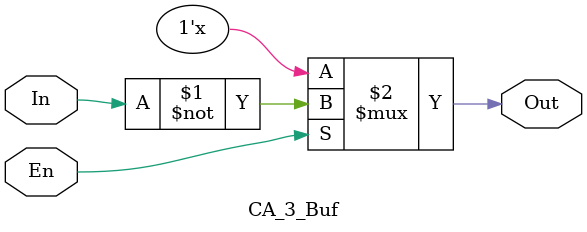
<source format=v>
`timescale 1ns / 1ps
module CA_3_Buf(En,In,Out
    );
		input En,In;
		output Out;
		wire Out;
		
		assign Out=(En)?~In:1'bz;


endmodule

</source>
